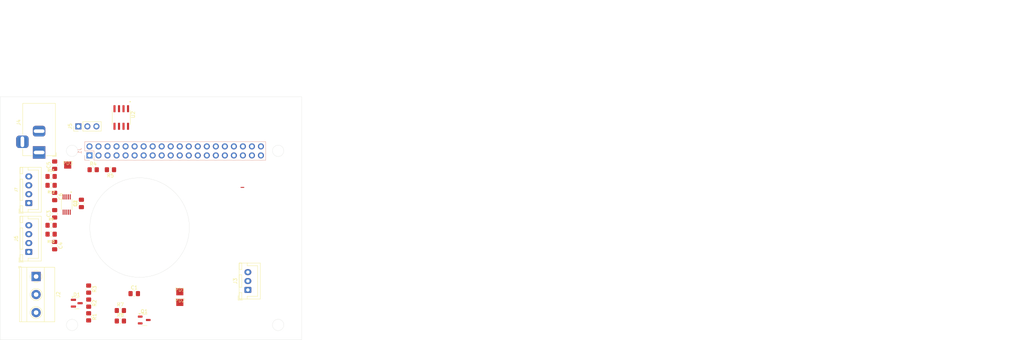
<source format=kicad_pcb>
(kicad_pcb (version 20240108) (generator "pcbnew") (generator_version "8.0")
  (layers (0 "F.Cu" signal) (31 "B.Cu" signal) (34 "B.Paste" user) (35 "F.Paste" user) (36 "B.SilkS" user "B.Silkscreen") (37 "F.SilkS" user "F.Silkscreen") (38 "B.Mask" user) (39 "F.Mask" user) (44 "Edge.Cuts" user))
  (net 0 "")
  (net 4 "RPI_3.3V")
  (net 10 "RPI_5V")
  (net 28 "Net-(J3-Pin_2)")
  (net 36 "Nano_3.3v")
  (net 37 "GND")
  (net 38 "A -")
  (net 39 "A +")
  (net 40 "RPI_SCL")
  (net 41 "Status_led")
  (net 42 "UART_TX")
  (net 43 "RPI_SDA")
  (net 44 "UART_RX")
  (net 45 "Net-(J5-Pin_1)")
  (net 47 "Shield_pwr_5V")
  (net 48 "Net-(J6-Pin_3)")
  (net 49 "Net-(J6-Pin_4)")
  (net 50 "RS485_Mode")
  (net 51 "Net-(U1-AIN3)")
  (net 52 "Net-(U1-AIN2)")
  (net 53 "Net-(U1-AIN1)")
  (net 54 "Net-(U1-AIN0)")
  (net 55 "Net-(J7-Pin_3)")
  (net 56 "Net-(J7-Pin_4)")
  (net 57 "Net-(U1-ALERT{slash}RDY)")
  (footprint "Connector_JST:JST_XH_B3B-XH-A_1x03_P2.50mm_Vertical" (layer "F.Cu") (at 114.28 73.945 90)
    (property "Reference" "J3" (at 2.5 -3.55 270) (layer "F.SilkS"))
    (property "Value" "Status LED")
    (fp_line (start -1.6 -2.75) (end -2.85 -2.75) (stroke (width 0.12)) (layer "F.SilkS"))
    (fp_line (start -2.85 -2.75) (end -2.85 -1.5) (stroke (width 0.12)) (layer "F.SilkS"))
    (fp_line (start 7.56 -2.46) (end -2.56 -2.46) (stroke (width 0.12)) (layer "F.SilkS"))
    (fp_line (start -2.56 -2.46) (end -2.56 3.51) (stroke (width 0.12)) (layer "F.SilkS"))
    (fp_line (start 7.55 -2.45) (end 5.75 -2.45) (stroke (width 0.12)) (layer "F.SilkS"))
    (fp_line (start 5.75 -2.45) (end 5.75 -1.7) (stroke (width 0.12)) (layer "F.SilkS"))
    (fp_line (start 4.25 -2.45) (end 0.75 -2.45) (stroke (width 0.12)) (layer "F.SilkS"))
    (fp_line (start 0.75 -2.45) (end 0.75 -1.7) (stroke (width 0.12)) (layer "F.SilkS"))
    (fp_line (start -0.75 -2.45) (end -2.55 -2.45) (stroke (width 0.12)) (layer "F.SilkS"))
    (fp_line (start -2.55 -2.45) (end -2.55 -1.7) (stroke (width 0.12)) (layer "F.SilkS"))
    (fp_line (start 7.55 -1.7) (end 7.55 -2.45) (stroke (width 0.12)) (layer "F.SilkS"))
    (fp_line (start 5.75 -1.7) (end 7.55 -1.7) (stroke (width 0.12)) (layer "F.SilkS"))
    (fp_line (start 4.25 -1.7) (end 4.25 -2.45) (stroke (width 0.12)) (layer "F.SilkS"))
    (fp_line (start 0.75 -1.7) (end 4.25 -1.7) (stroke (width 0.12)) (layer "F.SilkS"))
    (fp_line (start -0.75 -1.7) (end -0.75 -2.45) (stroke (width 0.12)) (layer "F.SilkS"))
    (fp_line (start -2.55 -1.7) (end -0.75 -1.7) (stroke (width 0.12)) (layer "F.SilkS"))
    (fp_line (start 7.55 -0.2) (end 6.8 -0.2) (stroke (width 0.12)) (layer "F.SilkS"))
    (fp_line (start 6.8 -0.2) (end 6.8 2.75) (stroke (width 0.12)) (layer "F.SilkS"))
    (fp_line (start -1.8 -0.2) (end -1.8 2.75) (stroke (width 0.12)) (layer "F.SilkS"))
    (fp_line (start -2.55 -0.2) (end -1.8 -0.2) (stroke (width 0.12)) (layer "F.SilkS"))
    (fp_line (start 6.8 2.75) (end 2.5 2.75) (stroke (width 0.12)) (layer "F.SilkS"))
    (fp_line (start -1.8 2.75) (end 2.5 2.75) (stroke (width 0.12)) (layer "F.SilkS"))
    (fp_line (start 7.56 3.51) (end 7.56 -2.46) (stroke (width 0.12)) (layer "F.SilkS"))
    (fp_line (start -2.56 3.51) (end 7.56 3.51) (stroke (width 0.12)) (layer "F.SilkS"))
    (pad "1" thru_hole roundrect (at 0 0 90) (size 1.7 1.95) (drill 0.95) (layers "*.Cu" "*.Mask") (roundrect_rratio 0.147059) (net 4 "RPI_3.3V"))
    (pad "2" thru_hole oval (at 2.5 0 90) (size 1.7 1.95) (drill 0.95) (layers "*.Cu" "*.Mask") (net 28 "Net-(J3-Pin_2)"))
    (pad "3" thru_hole oval (at 5 0 90) (size 1.7 1.95) (drill 0.95) (layers "*.Cu" "*.Mask") (net 37 "GND"))
  )
  (footprint "Capacitor_SMD:C_0805_2012Metric_Pad1.18x1.45mm_HandSolder" (layer "F.Cu") (at 67.42 49.605 90)
    (property "Reference" "C2" (at 0 -1.68 270) (layer "F.SilkS"))
    (property "Value" "0.1uF")
    (fp_line (start -0.261252 -0.735) (end 0.261252 -0.735) (stroke (width 0.12)) (layer "F.SilkS"))
    (fp_line (start -0.261252 0.735) (end 0.261252 0.735) (stroke (width 0.12)) (layer "F.SilkS"))
    (pad "1" smd roundrect (at -1.0375 0 90) (size 1.175 1.45) (layers "F.Cu" "F.Paste" "F.Mask") (roundrect_rratio 0.212766) (net 4 "RPI_3.3V"))
    (pad "2" smd roundrect (at 1.0375 0 90) (size 1.175 1.45) (layers "F.Cu" "F.Paste" "F.Mask") (roundrect_rratio 0.212766) (net 37 "GND"))
  )
  (footprint "Connector_BarrelJack:BarrelJack_Horizontal" (layer "F.Cu") (at 55.52 35.255 -90)
    (property "Reference" "J4" (at -8.45 5.75 90) (layer "F.SilkS"))
    (property "Value" "Barrel_Jack_Switch")
    (fp_line (start -13.8 4.6) (end -13.8 -4.6) (stroke (width 0.12)) (layer "F.SilkS"))
    (fp_line (start -5 4.6) (end -13.8 4.6) (stroke (width 0.12)) (layer "F.SilkS"))
    (fp_line (start 0.9 4.6) (end -1 4.6) (stroke (width 0.12)) (layer "F.SilkS"))
    (fp_line (start 0.9 1.9) (end 0.9 4.6) (stroke (width 0.12)) (layer "F.SilkS"))
    (fp_line (start 1.1 -3.75) (end 1.1 -4.8) (stroke (width 0.12)) (layer "F.SilkS"))
    (fp_line (start -13.8 -4.6) (end 0.9 -4.6) (stroke (width 0.12)) (layer "F.SilkS"))
    (fp_line (start 0.9 -4.6) (end 0.9 -2) (stroke (width 0.12)) (layer "F.SilkS"))
    (fp_line (start 0.05 -4.8) (end 1.1 -4.8) (stroke (width 0.12)) (layer "F.SilkS"))
    (pad "1" thru_hole rect (at 0 0 270) (size 3.5 3.5) (drill oval 1 3) (layers "*.Cu" "*.Mask") (net 45 "Net-(J5-Pin_1)"))
    (pad "2" thru_hole roundrect (at -6 0 270) (size 3 3.5) (drill oval 1 3) (layers "*.Cu" "*.Mask") (net 37 "GND"))
    (pad "3" thru_hole roundrect (at -3 4.7 270) (size 3.5 3.5) (drill oval 3 1) (layers "*.Cu" "*.Mask"))
  )
  (footprint "Soldering_pad_5.0x5.0mm:pad_2x2mm" (layer "F.Cu") (at 95.175 77.41)
    (property "Reference" "PD2" (at 0 -0.5 0) (layer "F.SilkS") (effects (font (thickness 0.1))))
    (property "Value" "~")
    (pad "1" smd rect (at -0.05 0.05 90) (size 2 2) (layers "F.Cu" "F.Paste" "F.Mask") (net 39 "A +"))
  )
  (footprint "TerminalBlock_Phoenix:TerminalBlock_Phoenix_MKDS-1,5-3-5.08_1x03_P5.08mm_Horizontal" (layer "F.Cu") (at 54.675 70.165 -90)
    (property "Reference" "J2" (at 5.08 -6.26 90) (layer "F.SilkS"))
    (property "Value" "RS485_CON_IN")
    (fp_line (start -2.84 4.9) (end -2.34 4.9) (stroke (width 0.12)) (layer "F.SilkS"))
    (fp_line (start -2.6 4.66) (end 12.76 4.66) (stroke (width 0.12)) (layer "F.SilkS"))
    (fp_line (start -2.84 4.16) (end -2.84 4.9) (stroke (width 0.12)) (layer "F.SilkS"))
    (fp_line (start -2.6 4.1) (end 12.76 4.1) (stroke (width 0.12)) (layer "F.SilkS"))
    (fp_line (start -2.6 2.6) (end 12.76 2.6) (stroke (width 0.12)) (layer "F.SilkS"))
    (fp_line (start 4.046 1.239) (end 4.011 1.274) (stroke (width 0.12)) (layer "F.SilkS"))
    (fp_line (start 9.126 1.239) (end 9.091 1.274) (stroke (width 0.12)) (layer "F.SilkS"))
    (fp_line (start 3.853 1.023) (end 3.806 1.069) (stroke (width 0.12)) (layer "F.SilkS"))
    (fp_line (start 8.933 1.023) (end 8.886 1.069) (stroke (width 0.12)) (layer "F.SilkS"))
    (fp_line (start 6.355 -1.069) (end 6.308 -1.023) (stroke (width 0.12)) (layer "F.SilkS"))
    (fp_line (start 11.435 -1.069) (end 11.388 -1.023) (stroke (width 0.12)) (layer "F.SilkS"))
    (fp_line (start 6.15 -1.275) (end 6.115 -1.239) (stroke (width 0.12)) (layer "F.SilkS"))
    (fp_line (start 11.23 -1.275) (end 11.195 -1.239) (stroke (width 0.12)) (layer "F.SilkS"))
    (fp_line (start -2.6 -2.301) (end 12.76 -2.301) (stroke (width 0.12)) (layer "F.SilkS"))
    (fp_line (start -2.6 -5.261) (end -2.6 4.66) (stroke (width 0.12)) (layer "F.SilkS"))
    (fp_line (start -2.6 -5.261) (end 12.76 -5.261) (stroke (width 0.12)) (layer "F.SilkS"))
    (fp_line (start 12.76 -5.261) (end 12.76 4.66) (stroke (width 0.12)) (layer "F.SilkS"))
    (fp_arc (start 0.028805 1.680253) (mid -0.335551 1.646659) (end -0.684 1.535) (stroke (width 0.12)) (layer "F.SilkS"))
    (fp_arc (start 0.683318 1.534756) (mid 0.349292 1.643288) (end 0 1.68) (stroke (width 0.12)) (layer "F.SilkS"))
    (fp_arc (start -1.535427 0.683042) (mid -1.680501 -0.000524) (end -1.535 -0.684) (stroke (width 0.12)) (layer "F.SilkS"))
    (fp_arc (start 1.535427 -0.683042) (mid 1.680501 0.000524) (end 1.535 0.684) (stroke (width 0.12)) (layer "F.SilkS"))
    (fp_arc (start -0.683042 -1.535427) (mid 0.000524 -1.680501) (end 0.684 -1.535) (stroke (width 0.12)) (layer "F.SilkS"))
    (fp_circle (center 5.08 0) (end 6.76 0) (stroke (width 0.12)) (fill none) (layer "F.SilkS"))
    (fp_circle (center 10.16 0) (end 11.84 0) (stroke (width 0.12)) (fill none) (layer "F.SilkS"))
    (pad "1" thru_hole rect (at 0 0 270) (size 2.6 2.6) (drill 1.3) (layers "*.Cu" "*.Mask") (net 37 "GND"))
    (pad "2" thru_hole circle (at 5.08 0 270) (size 2.6 2.6) (drill 1.3) (layers "*.Cu" "*.Mask") (net 39 "A +"))
    (pad "3" thru_hole circle (at 10.16 0 270) (size 2.6 2.6) (drill 1.3) (layers "*.Cu" "*.Mask") (net 38 "A -"))
  )
  (footprint "ADS1115IDGST:SOP50P490X110-10N" (layer "F.Cu") (at 63.3 49.9175 -90)
    (property "Reference" "U1" (at -0.46 -2.508 90) (layer "F.SilkS") (effects (font (size 0.8 0.8))))
    (property "Value" "ADS1115IDGST")
    (fp_line (start -1.5 1.5) (end 1.5 1.5) (stroke (width 0.127)) (layer "F.SilkS"))
    (fp_line (start -1.5 -1.5) (end 1.5 -1.5) (stroke (width 0.127)) (layer "F.SilkS"))
    (fp_circle (center -3.5 -1.25) (end -3.4 -1.25) (stroke (width 0.2)) (fill none) (layer "F.SilkS"))
    (pad "1" smd roundrect (at -2.15 -1 270) (size 1.47 0.28) (layers "F.Cu" "F.Paste" "F.Mask") (roundrect_rratio 0.125) (net 37 "GND"))
    (pad "2" smd roundrect (at -2.15 -0.5 270) (size 1.47 0.28) (layers "F.Cu" "F.Paste" "F.Mask") (roundrect_rratio 0.125) (net 57 "Net-(U1-ALERT{slash}RDY)"))
    (pad "3" smd roundrect (at -2.15 0 270) (size 1.47 0.28) (layers "F.Cu" "F.Paste" "F.Mask") (roundrect_rratio 0.125) (net 37 "GND"))
    (pad "4" smd roundrect (at -2.15 0.5 270) (size 1.47 0.28) (layers "F.Cu" "F.Paste" "F.Mask") (roundrect_rratio 0.125) (net 54 "Net-(U1-AIN0)"))
    (pad "5" smd roundrect (at -2.15 1 270) (size 1.47 0.28) (layers "F.Cu" "F.Paste" "F.Mask") (roundrect_rratio 0.125) (net 53 "Net-(U1-AIN1)"))
    (pad "6" smd roundrect (at 2.15 1 270) (size 1.47 0.28) (layers "F.Cu" "F.Paste" "F.Mask") (roundrect_rratio 0.125) (net 52 "Net-(U1-AIN2)"))
    (pad "7" smd roundrect (at 2.15 0.5 270) (size 1.47 0.28) (layers "F.Cu" "F.Paste" "F.Mask") (roundrect_rratio 0.125) (net 51 "Net-(U1-AIN3)"))
    (pad "8" smd roundrect (at 2.15 0 270) (size 1.47 0.28) (layers "F.Cu" "F.Paste" "F.Mask") (roundrect_rratio 0.125) (net 4 "RPI_3.3V"))
    (pad "9" smd roundrect (at 2.15 -0.5 270) (size 1.47 0.28) (layers "F.Cu" "F.Paste" "F.Mask") (roundrect_rratio 0.125) (net 43 "RPI_SDA"))
    (pad "10" smd roundrect (at 2.15 -1 270) (size 1.47 0.28) (layers "F.Cu" "F.Paste" "F.Mask") (roundrect_rratio 0.125) (net 40 "RPI_SCL"))
  )
  (footprint "Resistor_SMD:R_0805_2012Metric_Pad1.20x1.40mm_HandSolder" (layer "F.Cu") (at 78.39 79.745)
    (property "Reference" "R7" (at 0 -1.65 0) (layer "F.SilkS"))
    (property "Value" "10KOhm")
    (fp_line (start -0.227064 -0.735) (end 0.227064 -0.735) (stroke (width 0.12)) (layer "F.SilkS"))
    (fp_line (start -0.227064 0.735) (end 0.227064 0.735) (stroke (width 0.12)) (layer "F.SilkS"))
    (pad "1" smd roundrect (at -1 0) (size 1.2 1.4) (layers "F.Cu" "F.Paste" "F.Mask") (roundrect_rratio 0.208333) (net 28 "Net-(J3-Pin_2)"))
    (pad "2" smd roundrect (at 1 0) (size 1.2 1.4) (layers "F.Cu" "F.Paste" "F.Mask") (roundrect_rratio 0.208333) (net 47 "Shield_pwr_5V"))
  )
  (footprint "Capacitor_SMD:C_0805_2012Metric_Pad1.18x1.45mm_HandSolder" (layer "F.Cu") (at 59.895 61.47 -90)
    (property "Reference" "C4" (at 0 -1.68 90) (layer "F.SilkS"))
    (property "Value" "10uf")
    (fp_line (start -0.261252 0.735) (end 0.261252 0.735) (stroke (width 0.12)) (layer "F.SilkS"))
    (fp_line (start -0.261252 -0.735) (end 0.261252 -0.735) (stroke (width 0.12)) (layer "F.SilkS"))
    (pad "1" smd roundrect (at -1.0375 0 270) (size 1.175 1.45) (layers "F.Cu" "F.Paste" "F.Mask") (roundrect_rratio 0.212766) (net 52 "Net-(U1-AIN2)"))
    (pad "2" smd roundrect (at 1.0375 0 270) (size 1.175 1.45) (layers "F.Cu" "F.Paste" "F.Mask") (roundrect_rratio 0.212766) (net 37 "GND"))
  )
  (footprint "Soldering_pad_5.0x5.0mm:pad_2x2mm" (layer "F.Cu") (at 95.175 74.41)
    (property "Reference" "PD1" (at 0 -0.5 0) (layer "F.SilkS") (effects (font (thickness 0.1))))
    (property "Value" "~")
    (pad "1" smd rect (at -0.05 0.05 90) (size 2 2) (layers "F.Cu" "F.Paste" "F.Mask") (net 38 "A -"))
  )
  (footprint "Capacitor_SMD:C_0805_2012Metric_Pad1.18x1.45mm_HandSolder" (layer "F.Cu") (at 59.9 52.5175 90)
    (property "Reference" "C3" (at 0 -1.68 270) (layer "F.SilkS"))
    (property "Value" "10uf")
    (fp_line (start -0.261252 -0.735) (end 0.261252 -0.735) (stroke (width 0.12)) (layer "F.SilkS"))
    (fp_line (start -0.261252 0.735) (end 0.261252 0.735) (stroke (width 0.12)) (layer "F.SilkS"))
    (pad "1" smd roundrect (at -1.0375 0 90) (size 1.175 1.45) (layers "F.Cu" "F.Paste" "F.Mask") (roundrect_rratio 0.212766) (net 51 "Net-(U1-AIN3)"))
    (pad "2" smd roundrect (at 1.0375 0 90) (size 1.175 1.45) (layers "F.Cu" "F.Paste" "F.Mask") (roundrect_rratio 0.212766) (net 37 "GND"))
  )
  (footprint "Resistor_SMD:R_0805_2012Metric_Pad1.20x1.40mm_HandSolder" (layer "F.Cu") (at 58.9 58.255)
    (property "Reference" "R10" (at -0.03 2.11 0) (layer "F.SilkS") (effects (font (size 0.7 0.7))))
    (property "Value" "10kOhm_1206")
    (fp_line (start -0.227064 -0.735) (end 0.227064 -0.735) (stroke (width 0.12)) (layer "F.SilkS"))
    (fp_line (start -0.227064 0.735) (end 0.227064 0.735) (stroke (width 0.12)) (layer "F.SilkS"))
    (pad "1" smd roundrect (at -1 0) (size 1.2 1.4) (layers "F.Cu" "F.Paste" "F.Mask") (roundrect_rratio 0.208333) (net 48 "Net-(J6-Pin_3)"))
    (pad "2" smd roundrect (at 1 0) (size 1.2 1.4) (layers "F.Cu" "F.Paste" "F.Mask") (roundrect_rratio 0.208333) (net 52 "Net-(U1-AIN2)"))
  )
  (footprint "Connector_JST:JST_XH_B4B-XH-A_1x04_P2.50mm_Vertical" (layer "F.Cu") (at 52.6175 63.255 90)
    (property "Reference" "J6" (at 3.75 -3.55 -90) (layer "F.SilkS"))
    (property "Value" "Conn_01x04")
    (fp_line (start -1.6 -2.75) (end -2.85 -2.75) (stroke (width 0.12)) (layer "F.SilkS"))
    (fp_line (start -2.85 -2.75) (end -2.85 -1.5) (stroke (width 0.12)) (layer "F.SilkS"))
    (fp_line (start 10.06 -2.46) (end -2.56 -2.46) (stroke (width 0.12)) (layer "F.SilkS"))
    (fp_line (start -2.56 -2.46) (end -2.56 3.51) (stroke (width 0.12)) (layer "F.SilkS"))
    (fp_line (start 10.05 -2.45) (end 8.25 -2.45) (stroke (width 0.12)) (layer "F.SilkS"))
    (fp_line (start 8.25 -2.45) (end 8.25 -1.7) (stroke (width 0.12)) (layer "F.SilkS"))
    (fp_line (start 6.75 -2.45) (end 0.75 -2.45) (stroke (width 0.12)) (layer "F.SilkS"))
    (fp_line (start 0.75 -2.45) (end 0.75 -1.7) (stroke (width 0.12)) (layer "F.SilkS"))
    (fp_line (start -0.75 -2.45) (end -2.55 -2.45) (stroke (width 0.12)) (layer "F.SilkS"))
    (fp_line (start -2.55 -2.45) (end -2.55 -1.7) (stroke (width 0.12)) (layer "F.SilkS"))
    (fp_line (start 10.05 -1.7) (end 10.05 -2.45) (stroke (width 0.12)) (layer "F.SilkS"))
    (fp_line (start 8.25 -1.7) (end 10.05 -1.7) (stroke (width 0.12)) (layer "F.SilkS"))
    (fp_line (start 6.75 -1.7) (end 6.75 -2.45) (stroke (width 0.12)) (layer "F.SilkS"))
    (fp_line (start 0.75 -1.7) (end 6.75 -1.7) (stroke (width 0.12)) (layer "F.SilkS"))
    (fp_line (start -0.75 -1.7) (end -0.75 -2.45) (stroke (width 0.12)) (layer "F.SilkS"))
    (fp_line (start -2.55 -1.7) (end -0.75 -1.7) (stroke (width 0.12)) (layer "F.SilkS"))
    (fp_line (start 10.05 -0.2) (end 9.3 -0.2) (stroke (width 0.12)) (layer "F.SilkS"))
    (fp_line (start 9.3 -0.2) (end 9.3 2.75) (stroke (width 0.12)) (layer "F.SilkS"))
    (fp_line (start -1.8 -0.2) (end -1.8 2.75) (stroke (width 0.12)) (layer "F.SilkS"))
    (fp_line (start -2.55 -0.2) (end -1.8 -0.2) (stroke (width 0.12)) (layer "F.SilkS"))
    (fp_line (start 9.3 2.75) (end 3.75 2.75) (stroke (width 0.12)) (layer "F.SilkS"))
    (fp_line (start -1.8 2.75) (end 3.75 2.75) (stroke (width 0.12)) (layer "F.SilkS"))
    (fp_line (start 10.06 3.51) (end 10.06 -2.46) (stroke (width 0.12)) (layer "F.SilkS"))
    (fp_line (start -2.56 3.51) (end 10.06 3.51) (stroke (width 0.12)) (layer "F.SilkS"))
    (pad "1" thru_hole roundrect (at 0 0 90) (size 1.7 1.95) (drill 0.95) (layers "*.Cu" "*.Mask") (roundrect_rratio 0.147059) (net 4 "RPI_3.3V"))
    (pad "2" thru_hole oval (at 2.5 0 90) (size 1.7 1.95) (drill 0.95) (layers "*.Cu" "*.Mask") (net 37 "GND"))
    (pad "3" thru_hole oval (at 5 0 90) (size 1.7 1.95) (drill 0.95) (layers "*.Cu" "*.Mask") (net 48 "Net-(J6-Pin_3)"))
    (pad "4" thru_hole oval (at 7.5 0 90) (size 1.7 1.95) (drill 0.95) (layers "*.Cu" "*.Mask") (net 49 "Net-(J6-Pin_4)"))
  )
  (footprint "Capacitor_SMD:C_0805_2012Metric_Pad1.18x1.45mm_HandSolder" (layer "F.Cu") (at 82.3 74.985)
    (property "Reference" "C1" (at 0 -1.68 0) (layer "F.SilkS"))
    (property "Value" "0.1uf")
    (fp_line (start -0.261252 -0.735) (end 0.261252 -0.735) (stroke (width 0.12)) (layer "F.SilkS"))
    (fp_line (start -0.261252 0.735) (end 0.261252 0.735) (stroke (width 0.12)) (layer "F.SilkS"))
    (pad "1" smd roundrect (at -1.0375 0) (size 1.175 1.45) (layers "F.Cu" "F.Paste" "F.Mask") (roundrect_rratio 0.212766) (net 37 "GND"))
    (pad "2" smd roundrect (at 1.0375 0) (size 1.175 1.45) (layers "F.Cu" "F.Paste" "F.Mask") (roundrect_rratio 0.212766) (net 36 "Nano_3.3v"))
  )
  (footprint "Connector_PinHeader_2.54mm:PinHeader_1x03_P2.54mm_Vertical" (layer "F.Cu") (at 66.575 27.91 90)
    (property "Reference" "J5" (at 0 -2.33 270) (layer "F.SilkS"))
    (property "Value" "Voltage_source_selector")
    (fp_line (start -1.33 -1.33) (end 0 -1.33) (stroke (width 0.12)) (layer "F.SilkS"))
    (fp_line (start -1.33 0) (end -1.33 -1.33) (stroke (width 0.12)) (layer "F.SilkS"))
    (fp_line (start 1.33 1.27) (end 1.33 6.41) (stroke (width 0.12)) (layer "F.SilkS"))
    (fp_line (start -1.33 1.27) (end 1.33 1.27) (stroke (width 0.12)) (layer "F.SilkS"))
    (fp_line (start -1.33 1.27) (end -1.33 6.41) (stroke (width 0.12)) (layer "F.SilkS"))
    (fp_line (start -1.33 6.41) (end 1.33 6.41) (stroke (width 0.12)) (layer "F.SilkS"))
    (pad "1" thru_hole rect (at 0 0 90) (size 1.7 1.7) (drill 1) (layers "*.Cu" "*.Mask") (net 45 "Net-(J5-Pin_1)"))
    (pad "2" thru_hole oval (at 0 2.54 90) (size 1.7 1.7) (drill 1) (layers "*.Cu" "*.Mask") (net 47 "Shield_pwr_5V"))
    (pad "3" thru_hole oval (at 0 5.08 90) (size 1.7 1.7) (drill 1) (layers "*.Cu" "*.Mask") (net 10 "RPI_5V"))
  )
  (footprint "Resistor_SMD:R_0805_2012Metric_Pad1.20x1.40mm_HandSolder" (layer "F.Cu") (at 69.465 81.52 -90)
    (property "Reference" "R1" (at 0 -1.65 90) (layer "F.SilkS"))
    (property "Value" "560")
    (fp_line (start -0.227064 0.735) (end 0.227064 0.735) (stroke (width 0.12)) (layer "F.SilkS"))
    (fp_line (start -0.227064 -0.735) (end 0.227064 -0.735) (stroke (width 0.12)) (layer "F.SilkS"))
    (pad "1" smd roundrect (at -1 0 270) (size 1.2 1.4) (layers "F.Cu" "F.Paste" "F.Mask") (roundrect_rratio 0.208333) (net 38 "A -"))
    (pad "2" smd roundrect (at 1 0 270) (size 1.2 1.4) (layers "F.Cu" "F.Paste" "F.Mask") (roundrect_rratio 0.208333) (net 37 "GND"))
  )
  (footprint "Connector_JST:JST_XH_B4B-XH-A_1x04_P2.50mm_Vertical" (layer "F.Cu") (at 52.6175 49.505 90)
    (property "Reference" "J7" (at 3.75 -3.55 270) (layer "F.SilkS") (effects (font (size 0.7 0.7))))
    (property "Value" "Conn_01x04")
    (fp_line (start -1.6 -2.75) (end -2.85 -2.75) (stroke (width 0.12)) (layer "F.SilkS"))
    (fp_line (start -2.85 -2.75) (end -2.85 -1.5) (stroke (width 0.12)) (layer "F.SilkS"))
    (fp_line (start 10.06 -2.46) (end -2.56 -2.46) (stroke (width 0.12)) (layer "F.SilkS"))
    (fp_line (start -2.56 -2.46) (end -2.56 3.51) (stroke (width 0.12)) (layer "F.SilkS"))
    (fp_line (start 10.05 -2.45) (end 8.25 -2.45) (stroke (width 0.12)) (layer "F.SilkS"))
    (fp_line (start 8.25 -2.45) (end 8.25 -1.7) (stroke (width 0.12)) (layer "F.SilkS"))
    (fp_line (start 6.75 -2.45) (end 0.75 -2.45) (stroke (width 0.12)) (layer "F.SilkS"))
    (fp_line (start 0.75 -2.45) (end 0.75 -1.7) (stroke (width 0.12)) (layer "F.SilkS"))
    (fp_line (start -0.75 -2.45) (end -2.55 -2.45) (stroke (width 0.12)) (layer "F.SilkS"))
    (fp_line (start -2.55 -2.45) (end -2.55 -1.7) (stroke (width 0.12)) (layer "F.SilkS"))
    (fp_line (start 10.05 -1.7) (end 10.05 -2.45) (stroke (width 0.12)) (layer "F.SilkS"))
    (fp_line (start 8.25 -1.7) (end 10.05 -1.7) (stroke (width 0.12)) (layer "F.SilkS"))
    (fp_line (start 6.75 -1.7) (end 6.75 -2.45) (stroke (width 0.12)) (layer "F.SilkS"))
    (fp_line (start 0.75 -1.7) (end 6.75 -1.7) (stroke (width 0.12)) (layer "F.SilkS"))
    (fp_line (start -0.75 -1.7) (end -0.75 -2.45) (stroke (width 0.12)) (layer "F.SilkS"))
    (fp_line (start -2.55 -1.7) (end -0.75 -1.7) (stroke (width 0.12)) (layer "F.SilkS"))
    (fp_line (start 10.05 -0.2) (end 9.3 -0.2) (stroke (width 0.12)) (layer "F.SilkS"))
    (fp_line (start 9.3 -0.2) (end 9.3 2.75) (stroke (width 0.12)) (layer "F.SilkS"))
    (fp_line (start -1.8 -0.2) (end -1.8 2.75) (stroke (width 0.12)) (layer "F.SilkS"))
    (fp_line (start -2.55 -0.2) (end -1.8 -0.2) (stroke (width 0.12)) (layer "F.SilkS"))
    (fp_line (start 9.3 2.75) (end 3.75 2.75) (stroke (width 0.12)) (layer "F.SilkS"))
    (fp_line (start -1.8 2.75) (end 3.75 2.75) (stroke (width 0.12)) (layer "F.SilkS"))
    (fp_line (start 10.06 3.51) (end 10.06 -2.46) (stroke (width 0.12)) (layer "F.SilkS"))
    (fp_line (start -2.56 3.51) (end 10.06 3.51) (stroke (width 0.12)) (layer "F.SilkS"))
    (pad "1" thru_hole roundrect (at 0 0 90) (size 1.7 1.95) (drill 0.95) (layers "*.Cu" "*.Mask") (roundrect_rratio 0.147059) (net 4 "RPI_3.3V"))
    (pad "2" thru_hole oval (at 2.5 0 90) (size 1.7 1.95) (drill 0.95) (layers "*.Cu" "*.Mask") (net 37 "GND"))
    (pad "3" thru_hole oval (at 5 0 90) (size 1.7 1.95) (drill 0.95) (layers "*.Cu" "*.Mask") (net 55 "Net-(J7-Pin_3)"))
    (pad "4" thru_hole oval (at 7.5 0 90) (size 1.7 1.95) (drill 0.95) (layers "*.Cu" "*.Mask") (net 56 "Net-(J7-Pin_4)"))
  )
  (footprint "Resistor_SMD:R_0805_2012Metric_Pad1.20x1.40mm_HandSolder" (layer "F.Cu") (at 58.9 42.005)
    (property "Reference" "R11" (at 0 -1.65 0) (layer "F.SilkS") (effects (font (size 0.7 0.7))))
    (property "Value" "10kOhm_1206")
    (fp_line (start -0.227064 -0.735) (end 0.227064 -0.735) (stroke (width 0.12)) (layer "F.SilkS"))
    (fp_line (start -0.227064 0.735) (end 0.227064 0.735) (stroke (width 0.12)) (layer "F.SilkS"))
    (pad "1" smd roundrect (at -1 0) (size 1.2 1.4) (layers "F.Cu" "F.Paste" "F.Mask") (roundrect_rratio 0.208333) (net 56 "Net-(J7-Pin_4)"))
    (pad "2" smd roundrect (at 1 0) (size 1.2 1.4) (layers "F.Cu" "F.Paste" "F.Mask") (roundrect_rratio 0.208333) (net 53 "Net-(U1-AIN1)"))
  )
  (footprint "Resistor_SMD:R_0805_2012Metric_Pad1.20x1.40mm_HandSolder" (layer "F.Cu") (at 75.605 40.115 180)
    (property "Reference" "R5" (at 0 -1.65 180) (layer "F.SilkS"))
    (property "Value" "10kOhm_1206")
    (fp_line (start -0.227064 0.735) (end 0.227064 0.735) (stroke (width 0.12)) (layer "F.SilkS"))
    (fp_line (start -0.227064 -0.735) (end 0.227064 -0.735) (stroke (width 0.12)) (layer "F.SilkS"))
    (pad "1" smd roundrect (at -1 0 180) (size 1.2 1.4) (layers "F.Cu" "F.Paste" "F.Mask") (roundrect_rratio 0.208333) (net 47 "Shield_pwr_5V"))
    (pad "2" smd roundrect (at 1 0 180) (size 1.2 1.4) (layers "F.Cu" "F.Paste" "F.Mask") (roundrect_rratio 0.208333) (net 40 "RPI_SCL"))
  )
  (footprint "Resistor_SMD:R_0805_2012Metric_Pad1.20x1.40mm_HandSolder" (layer "F.Cu") (at 58.9 55.755)
    (property "Reference" "R9" (at 0 -1.65 0) (layer "F.SilkS") (effects (font (size 0.7 0.7))))
    (property "Value" "10kOhm_1206")
    (fp_line (start -0.227064 -0.735) (end 0.227064 -0.735) (stroke (width 0.12)) (layer "F.SilkS"))
    (fp_line (start -0.227064 0.735) (end 0.227064 0.735) (stroke (width 0.12)) (layer "F.SilkS"))
    (pad "1" smd roundrect (at -1 0) (size 1.2 1.4) (layers "F.Cu" "F.Paste" "F.Mask") (roundrect_rratio 0.208333) (net 49 "Net-(J6-Pin_4)"))
    (pad "2" smd roundrect (at 1 0) (size 1.2 1.4) (layers "F.Cu" "F.Paste" "F.Mask") (roundrect_rratio 0.208333) (net 51 "Net-(U1-AIN3)"))
  )
  (footprint "Capacitor_SMD:C_0805_2012Metric_Pad1.18x1.45mm_HandSolder" (layer "F.Cu") (at 59.9 38.8375 90)
    (property "Reference" "C5" (at 0 -1.68 270) (layer "F.SilkS"))
    (property "Value" "10uf")
    (fp_line (start -0.261252 -0.735) (end 0.261252 -0.735) (stroke (width 0.12)) (layer "F.SilkS"))
    (fp_line (start -0.261252 0.735) (end 0.261252 0.735) (stroke (width 0.12)) (layer "F.SilkS"))
    (pad "1" smd roundrect (at -1.0375 0 90) (size 1.175 1.45) (layers "F.Cu" "F.Paste" "F.Mask") (roundrect_rratio 0.212766) (net 53 "Net-(U1-AIN1)"))
    (pad "2" smd roundrect (at 1.0375 0 90) (size 1.175 1.45) (layers "F.Cu" "F.Paste" "F.Mask") (roundrect_rratio 0.212766) (net 37 "GND"))
  )
  (footprint "Soldering_pad_5.0x5.0mm:pad_2x2mm" (layer "F.Cu") (at 63.62 38.755)
    (property "Reference" "PD3" (at 0 -0.5 0) (layer "F.SilkS") (effects (font (thickness 0.1))))
    (property "Value" "~")
    (pad "1" smd rect (at -0.05 0.05 90) (size 2 2) (layers "F.Cu" "F.Paste" "F.Mask") (net 57 "Net-(U1-ALERT{slash}RDY)"))
  )
  (footprint "Resistor_SMD:R_0805_2012Metric_Pad1.20x1.40mm_HandSolder" (layer "F.Cu") (at 70.745 40.115)
    (property "Reference" "R4" (at 0 -1.65 360) (layer "F.SilkS"))
    (property "Value" "10kOhm_1206")
    (fp_line (start -0.227064 -0.735) (end 0.227064 -0.735) (stroke (width 0.12)) (layer "F.SilkS"))
    (fp_line (start -0.227064 0.735) (end 0.227064 0.735) (stroke (width 0.12)) (layer "F.SilkS"))
    (pad "1" smd roundrect (at -1 0) (size 1.2 1.4) (layers "F.Cu" "F.Paste" "F.Mask") (roundrect_rratio 0.208333) (net 47 "Shield_pwr_5V"))
    (pad "2" smd roundrect (at 1 0) (size 1.2 1.4) (layers "F.Cu" "F.Paste" "F.Mask") (roundrect_rratio 0.208333) (net 43 "RPI_SDA"))
  )
  (footprint "Resistor_SMD:R_0805_2012Metric_Pad1.20x1.40mm_HandSolder" (layer "F.Cu") (at 78.39 82.695)
    (property "Reference" "R8" (at 0 -1.65 0) (layer "F.SilkS"))
    (property "Value" "10KOhm")
    (fp_line (start -0.227064 -0.735) (end 0.227064 -0.735) (stroke (width 0.12)) (layer "F.SilkS"))
    (fp_line (start -0.227064 0.735) (end 0.227064 0.735) (stroke (width 0.12)) (layer "F.SilkS"))
    (pad "1" smd roundrect (at -1 0) (size 1.2 1.4) (layers "F.Cu" "F.Paste" "F.Mask") (roundrect_rratio 0.208333) (net 41 "Status_led"))
    (pad "2" smd roundrect (at 1 0) (size 1.2 1.4) (layers "F.Cu" "F.Paste" "F.Mask") (roundrect_rratio 0.208333) (net 4 "RPI_3.3V"))
  )
  (footprint "Resistor_SMD:R_0805_2012Metric_Pad1.20x1.40mm_HandSolder" (layer "F.Cu") (at 58.9 44.505)
    (property "Reference" "R12" (at 0.025 1.925 0) (layer "F.SilkS") (effects (font (size 0.7 0.7))))
    (property "Value" "10kOhm_1206")
    (fp_line (start -0.227064 -0.735) (end 0.227064 -0.735) (stroke (width 0.12)) (layer "F.SilkS"))
    (fp_line (start -0.227064 0.735) (end 0.227064 0.735) (stroke (width 0.12)) (layer "F.SilkS"))
    (pad "1" smd roundrect (at -1 0) (size 1.2 1.4) (layers "F.Cu" "F.Paste" "F.Mask") (roundrect_rratio 0.208333) (net 55 "Net-(J7-Pin_3)"))
    (pad "2" smd roundrect (at 1 0) (size 1.2 1.4) (layers "F.Cu" "F.Paste" "F.Mask") (roundrect_rratio 0.208333) (net 54 "Net-(U1-AIN0)"))
  )
  (footprint "MAX3485_NEW:SOIC127P600X175-8N" (layer "F.Cu") (at 78.645 25.415 -90)
    (property "Reference" "U2" (at -0.795 -3.332 90) (layer "F.SilkS"))
    (property "Value" "MAX3485ESA_T")
    (fp_line (start -2 2.52) (end 2 2.52) (stroke (width 0.127)) (layer "F.SilkS"))
    (fp_line (start -2 -2.52) (end 2 -2.52) (stroke (width 0.127)) (layer "F.SilkS"))
    (fp_circle (center -4.445 -2.495) (end -4.345 -2.495) (stroke (width 0.2)) (fill none) (layer "F.SilkS"))
    (pad "1" smd roundrect (at -2.475 -1.905 270) (size 1.97 0.59) (layers "F.Cu" "F.Paste" "F.Mask") (roundrect_rratio 0.125) (net 44 "UART_RX"))
    (pad "2" smd roundrect (at -2.475 -0.635 270) (size 1.97 0.59) (layers "F.Cu" "F.Paste" "F.Mask") (roundrect_rratio 0.125) (net 50 "RS485_Mode"))
    (pad "3" smd roundrect (at -2.475 0.635 270) (size 1.97 0.59) (layers "F.Cu" "F.Paste" "F.Mask") (roundrect_rratio 0.125) (net 50 "RS485_Mode"))
    (pad "4" smd roundrect (at -2.475 1.905 270) (size 1.97 0.59) (layers "F.Cu" "F.Paste" "F.Mask") (roundrect_rratio 0.125) (net 42 "UART_TX"))
    (pad "5" smd roundrect (at 2.475 1.905 270) (size 1.97 0.59) (layers "F.Cu" "F.Paste" "F.Mask") (roundrect_rratio 0.125) (net 37 "GND"))
    (pad "6" smd roundrect (at 2.475 0.635 270) (size 1.97 0.59) (layers "F.Cu" "F.Paste" "F.Mask") (roundrect_rratio 0.125) (net 39 "A +"))
    (pad "7" smd roundrect (at 2.475 -0.635 270) (size 1.97 0.59) (layers "F.Cu" "F.Paste" "F.Mask") (roundrect_rratio 0.125) (net 38 "A -"))
    (pad "8" smd roundrect (at 2.475 -1.905 270) (size 1.97 0.59) (layers "F.Cu" "F.Paste" "F.Mask") (roundrect_rratio 0.125) (net 36 "Nano_3.3v"))
  )
  (footprint "Resistor_SMD:R_0805_2012Metric_Pad1.20x1.40mm_HandSolder" (layer "F.Cu") (at 69.475 77.66 -90)
    (property "Reference" "R2" (at 0 -1.65 90) (layer "F.SilkS"))
    (property "Value" "120")
    (fp_line (start -0.227064 0.735) (end 0.227064 0.735) (stroke (width 0.12)) (layer "F.SilkS"))
    (fp_line (start -0.227064 -0.735) (end 0.227064 -0.735) (stroke (width 0.12)) (layer "F.SilkS"))
    (pad "1" smd roundrect (at -1 0 270) (size 1.2 1.4) (layers "F.Cu" "F.Paste" "F.Mask") (roundrect_rratio 0.208333) (net 39 "A +"))
    (pad "2" smd roundrect (at 1 0 270) (size 1.2 1.4) (layers "F.Cu" "F.Paste" "F.Mask") (roundrect_rratio 0.208333) (net 38 "A -"))
  )
  (footprint "Resistor_SMD:R_0805_2012Metric_Pad1.20x1.40mm_HandSolder" (layer "F.Cu") (at 69.465 73.72 -90)
    (property "Reference" "R3" (at 0 -1.65 90) (layer "F.SilkS"))
    (property "Value" "560")
    (fp_line (start -0.227064 0.735) (end 0.227064 0.735) (stroke (width 0.12)) (layer "F.SilkS"))
    (fp_line (start -0.227064 -0.735) (end 0.227064 -0.735) (stroke (width 0.12)) (layer "F.SilkS"))
    (pad "1" smd roundrect (at -1 0 270) (size 1.2 1.4) (layers "F.Cu" "F.Paste" "F.Mask") (roundrect_rratio 0.208333) (net 36 "Nano_3.3v"))
    (pad "2" smd roundrect (at 1 0 270) (size 1.2 1.4) (layers "F.Cu" "F.Paste" "F.Mask") (roundrect_rratio 0.208333) (net 39 "A +"))
  )
  (footprint "Capacitor_SMD:C_0805_2012Metric_Pad1.18x1.45mm_HandSolder" (layer "F.Cu") (at 59.9 47.645 -90)
    (property "Reference" "C6" (at 0 -1.68 90) (layer "F.SilkS"))
    (property "Value" "10uf")
    (fp_line (start -0.261252 0.735) (end 0.261252 0.735) (stroke (width 0.12)) (layer "F.SilkS"))
    (fp_line (start -0.261252 -0.735) (end 0.261252 -0.735) (stroke (width 0.12)) (layer "F.SilkS"))
    (pad "1" smd roundrect (at -1.0375 0 270) (size 1.175 1.45) (layers "F.Cu" "F.Paste" "F.Mask") (roundrect_rratio 0.212766) (net 54 "Net-(U1-AIN0)"))
    (pad "2" smd roundrect (at 1.0375 0 270) (size 1.175 1.45) (layers "F.Cu" "F.Paste" "F.Mask") (roundrect_rratio 0.212766) (net 37 "GND"))
  )
  (footprint "Package_TO_SOT_SMD:SOT-23-3" (layer "F.Cu") (at 85.1075 82.41)
    (property "Reference" "Q1" (at 0 -2.4 0) (layer "F.SilkS"))
    (property "Value" "BSS138")
    (fp_line (start 0 -1.56) (end -0.8 -1.56) (stroke (width 0.12)) (layer "F.SilkS"))
    (fp_line (start 0 -1.56) (end 0.8 -1.56) (stroke (width 0.12)) (layer "F.SilkS"))
    (fp_line (start 0 1.56) (end -0.8 1.56) (stroke (width 0.12)) (layer "F.SilkS"))
    (fp_line (start 0 1.56) (end 0.8 1.56) (stroke (width 0.12)) (layer "F.SilkS"))
    (fp_poly (pts (xy -1.3 -1.51) (xy -1.54 -1.84) (xy -1.06 -1.84) (xy -1.3 -1.51)) (stroke (width 0.12)) (fill solid) (layer "F.SilkS"))
    (pad "1" smd roundrect (at -1.1375 -0.95) (size 1.325 0.6) (layers "F.Cu" "F.Paste" "F.Mask") (net 4 "RPI_3.3V"))
    (pad "2" smd roundrect (at -1.1375 0.95) (size 1.325 0.6) (layers "F.Cu" "F.Paste" "F.Mask") (net 41 "Status_led"))
    (pad "3" smd roundrect (at 1.1375 0) (size 1.325 0.6) (layers "F.Cu" "F.Paste" "F.Mask") (net 28 "Net-(J3-Pin_2)"))
  )
  (footprint "Package_TO_SOT_SMD:SOT-23" (layer "F.Cu") (at 66.12 77.685)
    (property "Reference" "D1" (at 0 -2.4 0) (layer "F.SilkS"))
    (property "Value" "SM712_SOT23")
    (fp_line (start 0 -1.56) (end -0.65 -1.56) (stroke (width 0.12)) (layer "F.SilkS"))
    (fp_line (start 0 -1.56) (end 0.65 -1.56) (stroke (width 0.12)) (layer "F.SilkS"))
    (fp_line (start 0 1.56) (end -0.65 1.56) (stroke (width 0.12)) (layer "F.SilkS"))
    (fp_line (start 0 1.56) (end 0.65 1.56) (stroke (width 0.12)) (layer "F.SilkS"))
    (fp_poly (pts (xy -1.1625 -1.51) (xy -1.4025 -1.84) (xy -0.9225 -1.84) (xy -1.1625 -1.51)) (stroke (width 0.12)) (fill solid) (layer "F.SilkS"))
    (pad "1" smd roundrect (at -0.9375 -0.95) (size 1.475 0.6) (layers "F.Cu" "F.Paste" "F.Mask") (net 39 "A +"))
    (pad "2" smd roundrect (at -0.9375 0.95) (size 1.475 0.6) (layers "F.Cu" "F.Paste" "F.Mask") (net 38 "A -"))
    (pad "3" smd roundrect (at 0.9375 0) (size 1.475 0.6) (layers "F.Cu" "F.Paste" "F.Mask") (net 37 "GND"))
  )
  (footprint "Connector_PinSocket_2.54mm:PinSocket_2x20_P2.54mm_Vertical" (layer "B.Cu") (at 69.7 36.09 -90)
    (property "Reference" "J1" (at -1.27 2.77 90) (layer "B.SilkS") (effects (justify mirror)))
    (property "Value" "RPI_Conn_02x20_Odd_Even")
    (fp_line (start -1.27 1.33) (end -3.87 1.33) (stroke (width 0.12)) (layer "B.SilkS"))
    (fp_line (start 1.33 1.33) (end 0 1.33) (stroke (width 0.12)) (layer "B.SilkS"))
    (fp_line (start 1.33 0) (end 1.33 1.33) (stroke (width 0.12)) (layer "B.SilkS"))
    (fp_line (start -1.27 -1.27) (end -1.27 1.33) (stroke (width 0.12)) (layer "B.SilkS"))
    (fp_line (start 1.33 -1.27) (end -1.27 -1.27) (stroke (width 0.12)) (layer "B.SilkS"))
    (fp_line (start -3.87 -49.59) (end -3.87 1.33) (stroke (width 0.12)) (layer "B.SilkS"))
    (fp_line (start 1.33 -49.59) (end 1.33 -1.27) (stroke (width 0.12)) (layer "B.SilkS"))
    (fp_line (start 1.33 -49.59) (end -3.87 -49.59) (stroke (width 0.12)) (layer "B.SilkS"))
    (pad "1" thru_hole rect (at 0 0 270) (size 1.7 1.7) (drill 1) (layers "*.Cu" "*.Mask") (net 4 "RPI_3.3V"))
    (pad "2" thru_hole oval (at -2.54 0 270) (size 1.7 1.7) (drill 1) (layers "*.Cu" "*.Mask"))
    (pad "3" thru_hole oval (at 0 -2.54 270) (size 1.7 1.7) (drill 1) (layers "*.Cu" "*.Mask") (net 43 "RPI_SDA"))
    (pad "4" thru_hole oval (at -2.54 -2.54 270) (size 1.7 1.7) (drill 1) (layers "*.Cu" "*.Mask") (net 10 "RPI_5V"))
    (pad "5" thru_hole oval (at 0 -5.08 270) (size 1.7 1.7) (drill 1) (layers "*.Cu" "*.Mask") (net 40 "RPI_SCL"))
    (pad "6" thru_hole oval (at -2.54 -5.08 270) (size 1.7 1.7) (drill 1) (layers "*.Cu" "*.Mask") (net 37 "GND"))
    (pad "7" thru_hole oval (at 0 -7.62 270) (size 1.7 1.7) (drill 1) (layers "*.Cu" "*.Mask"))
    (pad "8" thru_hole oval (at -2.54 -7.62 270) (size 1.7 1.7) (drill 1) (layers "*.Cu" "*.Mask") (net 44 "UART_RX"))
    (pad "9" thru_hole oval (at 0 -10.16 270) (size 1.7 1.7) (drill 1) (layers "*.Cu" "*.Mask"))
    (pad "10" thru_hole oval (at -2.54 -10.16 270) (size 1.7 1.7) (drill 1) (layers "*.Cu" "*.Mask") (net 42 "UART_TX"))
    (pad "11" thru_hole oval (at 0 -12.7 270) (size 1.7 1.7) (drill 1) (layers "*.Cu" "*.Mask"))
    (pad "12" thru_hole oval (at -2.54 -12.7 270) (size 1.7 1.7) (drill 1) (layers "*.Cu" "*.Mask") (net 41 "Status_led"))
    (pad "13" thru_hole oval (at 0 -15.24 270) (size 1.7 1.7) (drill 1) (layers "*.Cu" "*.Mask"))
    (pad "14" thru_hole oval (at -2.54 -15.24 270) (size 1.7 1.7) (drill 1) (layers "*.Cu" "*.Mask"))
    (pad "15" thru_hole oval (at 0 -17.78 270) (size 1.7 1.7) (drill 1) (layers "*.Cu" "*.Mask"))
    (pad "16" thru_hole oval (at -2.54 -17.78 270) (size 1.7 1.7) (drill 1) (layers "*.Cu" "*.Mask"))
    (pad "17" thru_hole oval (at 0 -20.32 270) (size 1.7 1.7) (drill 1) (layers "*.Cu" "*.Mask"))
    (pad "18" thru_hole oval (at -2.54 -20.32 270) (size 1.7 1.7) (drill 1) (layers "*.Cu" "*.Mask"))
    (pad "19" thru_hole oval (at 0 -22.86 270) (size 1.7 1.7) (drill 1) (layers "*.Cu" "*.Mask"))
    (pad "20" thru_hole oval (at -2.54 -22.86 270) (size 1.7 1.7) (drill 1) (layers "*.Cu" "*.Mask"))
    (pad "21" thru_hole oval (at 0 -25.4 270) (size 1.7 1.7) (drill 1) (layers "*.Cu" "*.Mask"))
    (pad "22" thru_hole oval (at -2.54 -25.4 270) (size 1.7 1.7) (drill 1) (layers "*.Cu" "*.Mask"))
    (pad "23" thru_hole oval (at 0 -27.94 270) (size 1.7 1.7) (drill 1) (layers "*.Cu" "*.Mask"))
    (pad "24" thru_hole oval (at -2.54 -27.94 270) (size 1.7 1.7) (drill 1) (layers "*.Cu" "*.Mask"))
    (pad "25" thru_hole oval (at 0 -30.48 270) (size 1.7 1.7) (drill 1) (layers "*.Cu" "*.Mask"))
    (pad "26" thru_hole oval (at -2.54 -30.48 270) (size 1.7 1.7) (drill 1) (layers "*.Cu" "*.Mask"))
    (pad "27" thru_hole oval (at 0 -33.02 270) (size 1.7 1.7) (drill 1) (layers "*.Cu" "*.Mask"))
    (pad "28" thru_hole oval (at -2.54 -33.02 270) (size 1.7 1.7) (drill 1) (layers "*.Cu" "*.Mask"))
    (pad "29" thru_hole oval (at 0 -35.56 270) (size 1.7 1.7) (drill 1) (layers "*.Cu" "*.Mask"))
    (pad "30" thru_hole oval (at -2.54 -35.56 270) (size 1.7 1.7) (drill 1) (layers "*.Cu" "*.Mask"))
    (pad "31" thru_hole oval (at 0 -38.1 270) (size 1.7 1.7) (drill 1) (layers "*.Cu" "*.Mask"))
    (pad "32" thru_hole oval (at -2.54 -38.1 270) (size 1.7 1.7) (drill 1) (layers "*.Cu" "*.Mask"))
    (pad "33" thru_hole oval (at 0 -40.64 270) (size 1.7 1.7) (drill 1) (layers "*.Cu" "*.Mask"))
    (pad "34" thru_hole oval (at -2.54 -40.64 270) (size 1.7 1.7) (drill 1) (layers "*.Cu" "*.Mask"))
    (pad "35" thru_hole oval (at 0 -43.18 270) (size 1.7 1.7) (drill 1) (layers "*.Cu" "*.Mask"))
    (pad "36" thru_hole oval (at -2.54 -43.18 270) (size 1.7 1.7) (drill 1) (layers "*.Cu" "*.Mask"))
    (pad "37" thru_hole oval (at 0 -45.72 270) (size 1.7 1.7) (drill 1) (layers "*.Cu" "*.Mask"))
    (pad "38" thru_hole oval (at -2.54 -45.72 270) (size 1.7 1.7) (drill 1) (layers "*.Cu" "*.Mask"))
    (pad "39" thru_hole oval (at 0 -48.26 270) (size 1.7 1.7) (drill 1) (layers "*.Cu" "*.Mask"))
    (pad "40" thru_hole oval (at -2.54 -48.26 270) (size 1.7 1.7) (drill 1) (layers "*.Cu" "*.Mask"))
  )
  (gr_circle (center 83.805 56.395) (end 97.805 56.395) (stroke (width 0.05)) (fill none) (layer "Edge.Cuts"))
  (gr_circle (center 64.8 83.8) (end 66.4 83.8) (stroke (width 0.05)) (fill none) (layer "Edge.Cuts"))
  (gr_circle (center 64.8 34.8) (end 66.4 34.8) (stroke (width 0.05)) (fill none) (layer "Edge.Cuts"))
  (gr_circle (center 122.8 34.8) (end 124.4 34.8) (stroke (width 0.05)) (fill none) (layer "Edge.Cuts"))
  (gr_rect (start 44.54 19.6075) (end 129.425 87.9575) (stroke (width 0.05)) (fill none) (layer "Edge.Cuts"))
  (gr_circle (center 122.8 83.8) (end 124.4 83.8) (stroke (width 0.05)) (fill none) (layer "Edge.Cuts"))
  (segment (start 112.334912 45.085) (end 113.15 45.085) (width 0.25) (layer "F.Cu") (net 4))
)
</source>
